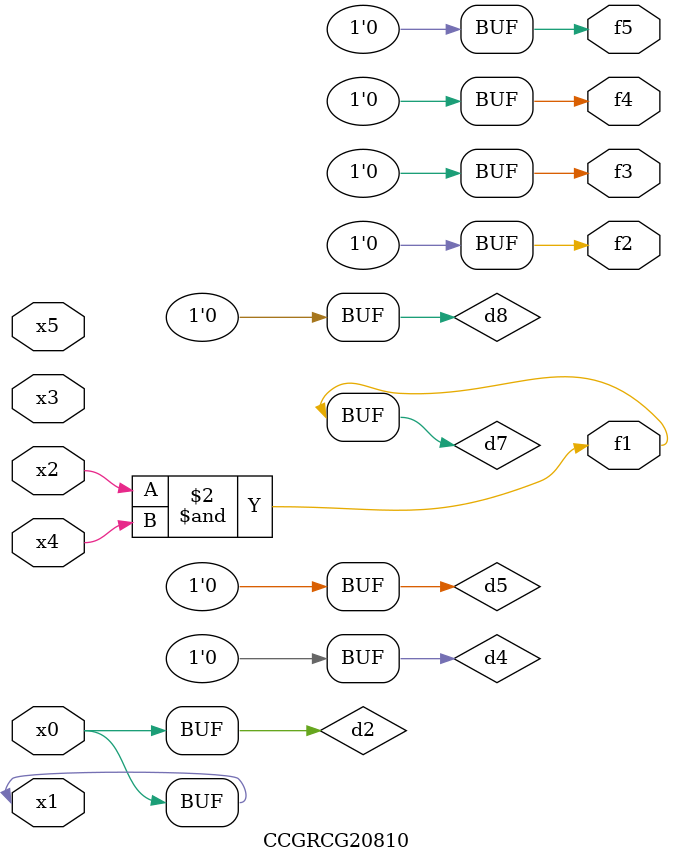
<source format=v>
module CCGRCG20810(
	input x0, x1, x2, x3, x4, x5,
	output f1, f2, f3, f4, f5
);

	wire d1, d2, d3, d4, d5, d6, d7, d8, d9;

	nand (d1, x1);
	buf (d2, x0, x1);
	nand (d3, x2, x4);
	and (d4, d1, d2);
	and (d5, d1, d2);
	nand (d6, d1, d3);
	not (d7, d3);
	xor (d8, d5);
	nor (d9, d5, d6);
	assign f1 = d7;
	assign f2 = d8;
	assign f3 = d8;
	assign f4 = d8;
	assign f5 = d8;
endmodule

</source>
